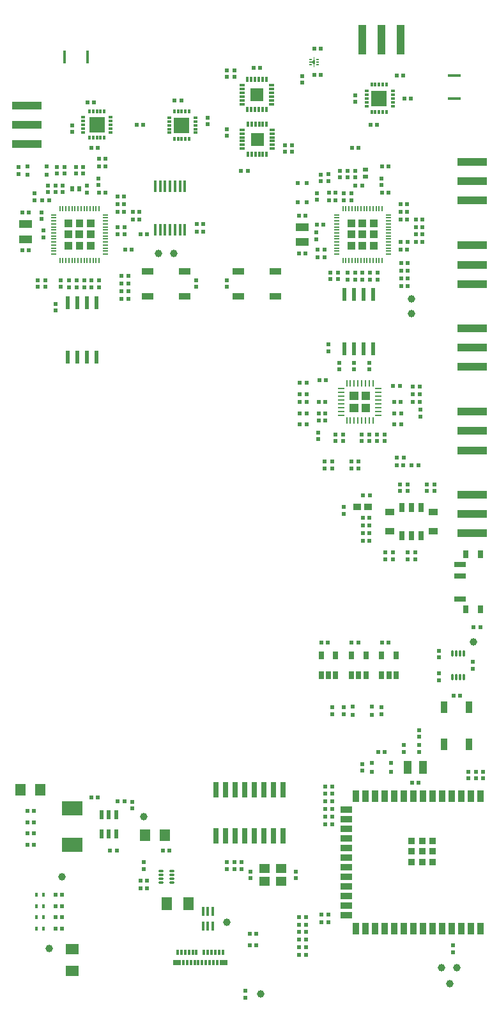
<source format=gtp>
G04*
G04 #@! TF.GenerationSoftware,Altium Limited,Altium Designer,23.6.0 (18)*
G04*
G04 Layer_Color=8421504*
%FSLAX44Y44*%
%MOMM*%
G71*
G04*
G04 #@! TF.SameCoordinates,AD488519-FD06-4120-8DA1-5AB69FE218D1*
G04*
G04*
G04 #@! TF.FilePolarity,Positive*
G04*
G01*
G75*
%ADD20R,0.6000X0.5400*%
%ADD21R,0.5500X0.5500*%
G04:AMPARAMS|DCode=22|XSize=0.76mm|YSize=0.26mm|CornerRadius=0.0325mm|HoleSize=0mm|Usage=FLASHONLY|Rotation=90.000|XOffset=0mm|YOffset=0mm|HoleType=Round|Shape=RoundedRectangle|*
%AMROUNDEDRECTD22*
21,1,0.7600,0.1950,0,0,90.0*
21,1,0.6950,0.2600,0,0,90.0*
1,1,0.0650,0.0975,0.3475*
1,1,0.0650,0.0975,-0.3475*
1,1,0.0650,-0.0975,-0.3475*
1,1,0.0650,-0.0975,0.3475*
%
%ADD22ROUNDEDRECTD22*%
G04:AMPARAMS|DCode=23|XSize=0.76mm|YSize=0.26mm|CornerRadius=0.0325mm|HoleSize=0mm|Usage=FLASHONLY|Rotation=0.000|XOffset=0mm|YOffset=0mm|HoleType=Round|Shape=RoundedRectangle|*
%AMROUNDEDRECTD23*
21,1,0.7600,0.1950,0,0,0.0*
21,1,0.6950,0.2600,0,0,0.0*
1,1,0.0650,0.3475,-0.0975*
1,1,0.0650,-0.3475,-0.0975*
1,1,0.0650,-0.3475,0.0975*
1,1,0.0650,0.3475,0.0975*
%
%ADD23ROUNDEDRECTD23*%
%ADD24R,1.7800X1.7800*%
%ADD25R,0.3100X0.6000*%
%ADD26R,0.6000X0.3100*%
%ADD27R,2.0500X2.0500*%
%ADD28R,2.0500X2.0500*%
%ADD29R,4.0000X1.0000*%
%ADD30R,0.5500X0.5500*%
%ADD31R,0.5400X0.6000*%
%ADD32R,1.0000X4.0000*%
%ADD33R,0.4000X1.8000*%
G04:AMPARAMS|DCode=34|XSize=0.66mm|YSize=0.32mm|CornerRadius=0.04mm|HoleSize=0mm|Usage=FLASHONLY|Rotation=0.000|XOffset=0mm|YOffset=0mm|HoleType=Round|Shape=RoundedRectangle|*
%AMROUNDEDRECTD34*
21,1,0.6600,0.2400,0,0,0.0*
21,1,0.5800,0.3200,0,0,0.0*
1,1,0.0800,0.2900,-0.1200*
1,1,0.0800,-0.2900,-0.1200*
1,1,0.0800,-0.2900,0.1200*
1,1,0.0800,0.2900,0.1200*
%
%ADD34ROUNDEDRECTD34*%
%ADD35C,1.0000*%
%ADD36R,0.4064X0.6096*%
%ADD37R,0.9000X0.9000*%
%ADD38R,0.9000X1.5000*%
%ADD39R,1.5000X0.9000*%
%ADD40R,0.3300X0.1500*%
%ADD41R,1.8000X0.4000*%
%ADD42R,0.6500X0.2200*%
%ADD43R,0.2200X0.6500*%
%ADD44R,1.0000X1.0000*%
%ADD45R,1.0000X0.9700*%
%ADD46R,1.8000X1.0000*%
%ADD47R,1.0000X1.8000*%
%ADD48R,1.3998X1.1999*%
%ADD49R,2.7900X1.9050*%
%ADD50R,1.2500X0.8500*%
%ADD51R,0.6500X1.2500*%
G04:AMPARAMS|DCode=52|XSize=0.3mm|YSize=0.8mm|CornerRadius=0.0495mm|HoleSize=0mm|Usage=FLASHONLY|Rotation=0.000|XOffset=0mm|YOffset=0mm|HoleType=Round|Shape=RoundedRectangle|*
%AMROUNDEDRECTD52*
21,1,0.3000,0.7010,0,0,0.0*
21,1,0.2010,0.8000,0,0,0.0*
1,1,0.0990,0.1005,-0.3505*
1,1,0.0990,-0.1005,-0.3505*
1,1,0.0990,-0.1005,0.3505*
1,1,0.0990,0.1005,0.3505*
%
%ADD52ROUNDEDRECTD52*%
G04:AMPARAMS|DCode=53|XSize=1.1mm|YSize=0.6mm|CornerRadius=0.075mm|HoleSize=0mm|Usage=FLASHONLY|Rotation=90.000|XOffset=0mm|YOffset=0mm|HoleType=Round|Shape=RoundedRectangle|*
%AMROUNDEDRECTD53*
21,1,1.1000,0.4500,0,0,90.0*
21,1,0.9500,0.6000,0,0,90.0*
1,1,0.1500,0.2250,0.4750*
1,1,0.1500,0.2250,-0.4750*
1,1,0.1500,-0.2250,-0.4750*
1,1,0.1500,-0.2250,0.4750*
%
%ADD53ROUNDEDRECTD53*%
%ADD54R,0.4900X0.7000*%
%ADD55R,0.7000X0.4900*%
G04:AMPARAMS|DCode=56|XSize=1.19mm|YSize=0.4mm|CornerRadius=0.05mm|HoleSize=0mm|Usage=FLASHONLY|Rotation=270.000|XOffset=0mm|YOffset=0mm|HoleType=Round|Shape=RoundedRectangle|*
%AMROUNDEDRECTD56*
21,1,1.1900,0.3000,0,0,270.0*
21,1,1.0900,0.4000,0,0,270.0*
1,1,0.1000,-0.1500,-0.5450*
1,1,0.1000,-0.1500,0.5450*
1,1,0.1000,0.1500,0.5450*
1,1,0.1000,0.1500,-0.5450*
%
%ADD56ROUNDEDRECTD56*%
%ADD57R,0.3000X0.7000*%
%ADD58R,1.0000X0.7000*%
G04:AMPARAMS|DCode=59|XSize=1.61mm|YSize=0.58mm|CornerRadius=0.0725mm|HoleSize=0mm|Usage=FLASHONLY|Rotation=90.000|XOffset=0mm|YOffset=0mm|HoleType=Round|Shape=RoundedRectangle|*
%AMROUNDEDRECTD59*
21,1,1.6100,0.4350,0,0,90.0*
21,1,1.4650,0.5800,0,0,90.0*
1,1,0.1450,0.2175,0.7325*
1,1,0.1450,0.2175,-0.7325*
1,1,0.1450,-0.2175,-0.7325*
1,1,0.1450,-0.2175,0.7325*
%
%ADD59ROUNDEDRECTD59*%
%ADD60R,0.2600X0.8600*%
%ADD61R,0.8600X0.2600*%
G04:AMPARAMS|DCode=62|XSize=1.19mm|YSize=0.59mm|CornerRadius=0.0738mm|HoleSize=0mm|Usage=FLASHONLY|Rotation=90.000|XOffset=0mm|YOffset=0mm|HoleType=Round|Shape=RoundedRectangle|*
%AMROUNDEDRECTD62*
21,1,1.1900,0.4425,0,0,90.0*
21,1,1.0425,0.5900,0,0,90.0*
1,1,0.1475,0.2213,0.5213*
1,1,0.1475,0.2213,-0.5213*
1,1,0.1475,-0.2213,-0.5213*
1,1,0.1475,-0.2213,0.5213*
%
%ADD62ROUNDEDRECTD62*%
%ADD63R,1.3400X1.8000*%
%ADD64R,1.8000X1.3400*%
%ADD65R,0.5500X0.5700*%
%ADD66R,0.5700X0.5500*%
%ADD67R,1.5000X0.9000*%
%ADD68R,0.6000X0.5400*%
%ADD69R,0.8000X1.0000*%
%ADD70R,1.5000X0.7000*%
%ADD71R,0.6604X2.0320*%
%ADD72R,1.4000X1.6500*%
%ADD73R,0.3000X1.6000*%
G36*
X406450Y1261800D02*
X407000Y1259800D01*
Y1256500D01*
X406450Y1254500D01*
Y1251650D01*
X404950D01*
Y1254500D01*
Y1255650D01*
X403200Y1257400D01*
X399200D01*
Y1258900D01*
X403200D01*
X404075Y1259775D01*
X404950Y1260650D01*
Y1264650D01*
X406450D01*
Y1261800D01*
D02*
G37*
G36*
X115000Y1040000D02*
X105000D01*
Y1050000D01*
X115000D01*
Y1040000D01*
D02*
G37*
G36*
X100000D02*
X90000D01*
Y1050000D01*
X100000D01*
Y1040000D01*
D02*
G37*
G36*
X85000D02*
X75000D01*
Y1050000D01*
X85000D01*
Y1040000D01*
D02*
G37*
G36*
X490000Y1040000D02*
X480000D01*
Y1050000D01*
X490000D01*
Y1040000D01*
D02*
G37*
G36*
X475000D02*
X465000D01*
Y1050000D01*
X475000D01*
Y1040000D01*
D02*
G37*
G36*
X460000D02*
X450000D01*
Y1050000D01*
X460000D01*
Y1040000D01*
D02*
G37*
G36*
X115000Y1025000D02*
X105000D01*
Y1035000D01*
X115000D01*
Y1025000D01*
D02*
G37*
G36*
X85000D02*
X75000D01*
Y1035000D01*
X85000D01*
Y1025000D01*
D02*
G37*
G36*
X490000Y1025000D02*
X480000D01*
Y1035000D01*
X490000D01*
Y1025000D01*
D02*
G37*
G36*
X460000D02*
X450000D01*
Y1035000D01*
X460000D01*
Y1025000D01*
D02*
G37*
G36*
X115000Y1010000D02*
X105000D01*
Y1020000D01*
X115000D01*
Y1010000D01*
D02*
G37*
G36*
X100000D02*
X90000D01*
Y1020000D01*
X100000D01*
Y1010000D01*
D02*
G37*
G36*
X85000D02*
X75000D01*
Y1020000D01*
X85000D01*
Y1010000D01*
D02*
G37*
G36*
X490000Y1010000D02*
X480000D01*
Y1020000D01*
X490000D01*
Y1010000D01*
D02*
G37*
G36*
X475000D02*
X465000D01*
Y1020000D01*
X475000D01*
Y1010000D01*
D02*
G37*
G36*
X460000D02*
X450000D01*
Y1020000D01*
X460000D01*
Y1010000D01*
D02*
G37*
G36*
X480100Y810700D02*
X468700D01*
Y822100D01*
X480100D01*
Y810700D01*
D02*
G37*
G36*
X464300D02*
X452900D01*
Y822100D01*
X464300D01*
Y810700D01*
D02*
G37*
G36*
X480100Y794900D02*
X468700D01*
Y806300D01*
X480100D01*
Y794900D01*
D02*
G37*
G36*
X464300D02*
X452900D01*
Y806300D01*
X464300D01*
Y794900D01*
D02*
G37*
D20*
X265000Y1175700D02*
D03*
Y1184300D02*
D03*
X300000Y1247300D02*
D03*
Y1238700D02*
D03*
X290000Y1247300D02*
D03*
Y1238700D02*
D03*
X390000Y1239300D02*
D03*
Y1230700D02*
D03*
X290000Y1169300D02*
D03*
Y1160700D02*
D03*
X85000Y1174300D02*
D03*
Y1165700D02*
D03*
X460000Y1205700D02*
D03*
Y1214300D02*
D03*
X45000Y1059300D02*
D03*
Y1050700D02*
D03*
X53000Y1094800D02*
D03*
Y1086200D02*
D03*
X63000Y1094800D02*
D03*
Y1086200D02*
D03*
X73000Y1094800D02*
D03*
Y1086200D02*
D03*
X105000Y1094300D02*
D03*
Y1085700D02*
D03*
X13941Y1110200D02*
D03*
Y1118800D02*
D03*
X437500Y970700D02*
D03*
Y979300D02*
D03*
X427500Y970700D02*
D03*
Y979300D02*
D03*
X460000Y1105700D02*
D03*
Y1114300D02*
D03*
X450000Y1105700D02*
D03*
Y1114300D02*
D03*
X440000Y1105700D02*
D03*
Y1114300D02*
D03*
X410000Y1084300D02*
D03*
Y1075700D02*
D03*
X616500Y464300D02*
D03*
Y455700D02*
D03*
X545000Y374300D02*
D03*
Y365700D02*
D03*
Y354300D02*
D03*
Y345700D02*
D03*
X525000Y354300D02*
D03*
Y345700D02*
D03*
X367000Y1139700D02*
D03*
Y1148300D02*
D03*
X377000Y1139700D02*
D03*
Y1148300D02*
D03*
X290000Y190700D02*
D03*
Y199300D02*
D03*
X444000Y756700D02*
D03*
Y765300D02*
D03*
X479000Y860300D02*
D03*
Y851700D02*
D03*
X439000Y860300D02*
D03*
Y851700D02*
D03*
X445000Y660700D02*
D03*
Y669300D02*
D03*
X459000Y860300D02*
D03*
Y851700D02*
D03*
X479000Y765300D02*
D03*
Y756700D02*
D03*
X489000Y765300D02*
D03*
Y756700D02*
D03*
X180000Y190700D02*
D03*
Y199300D02*
D03*
X495000Y395700D02*
D03*
Y404300D02*
D03*
X630000Y319300D02*
D03*
Y310700D02*
D03*
X620000Y319300D02*
D03*
Y310700D02*
D03*
X610000Y319300D02*
D03*
Y310700D02*
D03*
X70000Y960700D02*
D03*
Y969300D02*
D03*
X63500Y929200D02*
D03*
Y937800D02*
D03*
X381500Y186800D02*
D03*
Y178200D02*
D03*
X321500Y186800D02*
D03*
Y178200D02*
D03*
X310000Y199300D02*
D03*
Y190700D02*
D03*
X300000Y199300D02*
D03*
Y190700D02*
D03*
X65000Y1110700D02*
D03*
Y1119300D02*
D03*
X415000Y1109300D02*
D03*
Y1100700D02*
D03*
X445000Y395700D02*
D03*
Y404300D02*
D03*
X250000Y969300D02*
D03*
Y960700D02*
D03*
X290000D02*
D03*
Y969300D02*
D03*
D21*
X334500Y1250000D02*
D03*
X325500D02*
D03*
X318000Y1114500D02*
D03*
X309000D02*
D03*
X150500Y945000D02*
D03*
X159500D02*
D03*
X150500Y965000D02*
D03*
X159500D02*
D03*
X184500Y1030000D02*
D03*
X175500D02*
D03*
X159500Y955000D02*
D03*
X150500D02*
D03*
X145500Y1030000D02*
D03*
X154500D02*
D03*
X165500Y1050000D02*
D03*
X174500D02*
D03*
X54500Y1075000D02*
D03*
X45500D02*
D03*
X154500Y1040000D02*
D03*
X145500D02*
D03*
X174500Y1060000D02*
D03*
X165500D02*
D03*
X529500Y1020000D02*
D03*
X520500D02*
D03*
X521000Y962000D02*
D03*
X530000D02*
D03*
X521000Y982000D02*
D03*
X530000D02*
D03*
X530000Y972000D02*
D03*
X521000D02*
D03*
X530000Y992000D02*
D03*
X521000D02*
D03*
X540500Y1040000D02*
D03*
X549500D02*
D03*
X434500Y1075000D02*
D03*
X425500D02*
D03*
X540500Y1030000D02*
D03*
X549500D02*
D03*
X549500Y1050000D02*
D03*
X540500D02*
D03*
X395000Y127000D02*
D03*
X386000D02*
D03*
X429500Y270000D02*
D03*
X420500D02*
D03*
X424500Y130000D02*
D03*
X415500D02*
D03*
X386000Y97000D02*
D03*
X395000D02*
D03*
X386000Y117000D02*
D03*
X395000D02*
D03*
X420500Y250000D02*
D03*
X429500D02*
D03*
X420500Y280000D02*
D03*
X429500D02*
D03*
X415500Y120000D02*
D03*
X424500D02*
D03*
X470500Y685000D02*
D03*
X479500D02*
D03*
X544000Y725000D02*
D03*
X535000D02*
D03*
X396000Y818500D02*
D03*
X387000D02*
D03*
X396000Y808500D02*
D03*
X387000D02*
D03*
X524500Y735000D02*
D03*
X515500D02*
D03*
X421000Y793500D02*
D03*
X412000D02*
D03*
X626000Y510500D02*
D03*
X617000D02*
D03*
X421000Y783500D02*
D03*
X412000D02*
D03*
X537000Y818500D02*
D03*
X546000D02*
D03*
X537000Y808500D02*
D03*
X546000D02*
D03*
X396000Y833500D02*
D03*
X387000D02*
D03*
X387000Y793500D02*
D03*
X396000D02*
D03*
X387000Y778500D02*
D03*
X396000D02*
D03*
X537000Y828500D02*
D03*
X546000D02*
D03*
X521000Y793500D02*
D03*
X512000D02*
D03*
X521000Y778500D02*
D03*
X512000D02*
D03*
X329500Y90000D02*
D03*
X320500D02*
D03*
X329500Y105000D02*
D03*
X320500D02*
D03*
X145500Y280000D02*
D03*
X154500D02*
D03*
X175500Y175000D02*
D03*
X184500D02*
D03*
X184500Y165000D02*
D03*
X175500D02*
D03*
X72000Y111500D02*
D03*
X63000D02*
D03*
X72000Y126500D02*
D03*
X63000D02*
D03*
X72000Y141500D02*
D03*
X63000D02*
D03*
X72000Y156500D02*
D03*
X63000D02*
D03*
X159500Y975000D02*
D03*
X150500D02*
D03*
X425500Y1085000D02*
D03*
X434500D02*
D03*
X549500Y1020000D02*
D03*
X540500D02*
D03*
X395000Y107000D02*
D03*
X386000D02*
D03*
X395000Y77000D02*
D03*
X386000D02*
D03*
X386000Y87000D02*
D03*
X395000D02*
D03*
X429500Y260000D02*
D03*
X420500D02*
D03*
X419500Y1010000D02*
D03*
X410500D02*
D03*
X419500Y1000000D02*
D03*
X410500D02*
D03*
X429500Y300000D02*
D03*
X420500D02*
D03*
X429500Y290000D02*
D03*
X420500D02*
D03*
X535500Y305000D02*
D03*
X544500D02*
D03*
D22*
X317500Y1195150D02*
D03*
X322500D02*
D03*
X327500D02*
D03*
X332500D02*
D03*
X337500D02*
D03*
X342500D02*
D03*
Y1234850D02*
D03*
X337500D02*
D03*
X332500D02*
D03*
X327500D02*
D03*
X322500D02*
D03*
X317500D02*
D03*
X343000Y1175850D02*
D03*
X338000D02*
D03*
X333000D02*
D03*
X328000D02*
D03*
X323000D02*
D03*
X318000D02*
D03*
Y1136150D02*
D03*
X323000D02*
D03*
X328000D02*
D03*
X333000D02*
D03*
X338000D02*
D03*
X343000D02*
D03*
D23*
X310150Y1227500D02*
D03*
Y1222500D02*
D03*
Y1217500D02*
D03*
Y1212500D02*
D03*
Y1207500D02*
D03*
Y1202500D02*
D03*
X349850D02*
D03*
Y1207500D02*
D03*
Y1212500D02*
D03*
Y1217500D02*
D03*
Y1222500D02*
D03*
Y1227500D02*
D03*
X350350Y1143500D02*
D03*
Y1148500D02*
D03*
Y1153500D02*
D03*
Y1158500D02*
D03*
Y1163500D02*
D03*
Y1168500D02*
D03*
X310650D02*
D03*
Y1163500D02*
D03*
Y1158500D02*
D03*
Y1153500D02*
D03*
Y1148500D02*
D03*
Y1143500D02*
D03*
D24*
X330000Y1215000D02*
D03*
X330500Y1156000D02*
D03*
D25*
X107998Y1158237D02*
D03*
X112999D02*
D03*
X118000D02*
D03*
X123001D02*
D03*
X128003D02*
D03*
X107998Y1193001D02*
D03*
X112999D02*
D03*
X118000D02*
D03*
X123001D02*
D03*
X128003D02*
D03*
X220499Y1192500D02*
D03*
X225500D02*
D03*
X230501D02*
D03*
X235502D02*
D03*
X240504D02*
D03*
X220499Y1156500D02*
D03*
X225500D02*
D03*
X230501D02*
D03*
X235502D02*
D03*
X240504D02*
D03*
X502002Y1192002D02*
D03*
X497001D02*
D03*
X492000D02*
D03*
X486999D02*
D03*
X481997D02*
D03*
X502002Y1228002D02*
D03*
X497001D02*
D03*
X492000D02*
D03*
X486999D02*
D03*
X481997D02*
D03*
D26*
X136000Y1185004D02*
D03*
Y1180003D02*
D03*
Y1175001D02*
D03*
Y1170000D02*
D03*
Y1164999D02*
D03*
X100000Y1185004D02*
D03*
Y1180003D02*
D03*
Y1175001D02*
D03*
Y1170000D02*
D03*
Y1164999D02*
D03*
X248501Y1164498D02*
D03*
Y1169499D02*
D03*
Y1174500D02*
D03*
Y1179501D02*
D03*
Y1184502D02*
D03*
X213737Y1164498D02*
D03*
Y1169499D02*
D03*
Y1174500D02*
D03*
Y1179501D02*
D03*
Y1184502D02*
D03*
X475236Y1220005D02*
D03*
Y1215004D02*
D03*
Y1210003D02*
D03*
Y1205001D02*
D03*
Y1200000D02*
D03*
X510000Y1220005D02*
D03*
Y1215004D02*
D03*
Y1210003D02*
D03*
Y1205001D02*
D03*
Y1200000D02*
D03*
D27*
X118000Y1175001D02*
D03*
D28*
X230501Y1174500D02*
D03*
X492000Y1210003D02*
D03*
D29*
X615000Y1100500D02*
D03*
Y1126000D02*
D03*
Y1075000D02*
D03*
Y634500D02*
D03*
Y685500D02*
D03*
Y660000D02*
D03*
X25400Y1200500D02*
D03*
Y1149500D02*
D03*
Y1175000D02*
D03*
X615000Y744500D02*
D03*
Y795500D02*
D03*
Y770000D02*
D03*
Y855000D02*
D03*
Y906000D02*
D03*
Y880500D02*
D03*
Y964500D02*
D03*
Y1015500D02*
D03*
Y990000D02*
D03*
D30*
X465000Y729500D02*
D03*
Y720500D02*
D03*
X455000Y729500D02*
D03*
Y720500D02*
D03*
X420000Y729500D02*
D03*
Y720500D02*
D03*
X430000Y729500D02*
D03*
Y720500D02*
D03*
X35000Y1075500D02*
D03*
Y1084500D02*
D03*
X90000Y1110500D02*
D03*
Y1119500D02*
D03*
X100000Y1119500D02*
D03*
Y1110500D02*
D03*
X455000Y1075500D02*
D03*
Y1084500D02*
D03*
X445000Y1084500D02*
D03*
Y1075500D02*
D03*
X571500Y440500D02*
D03*
Y449500D02*
D03*
Y479500D02*
D03*
Y470500D02*
D03*
X530000Y609500D02*
D03*
Y600500D02*
D03*
X540000Y609500D02*
D03*
Y600500D02*
D03*
X425000Y875500D02*
D03*
Y884500D02*
D03*
X499000Y756500D02*
D03*
Y765500D02*
D03*
X469000Y756500D02*
D03*
Y765500D02*
D03*
X434000Y756500D02*
D03*
Y765500D02*
D03*
X555000Y690500D02*
D03*
Y699500D02*
D03*
X520000Y690500D02*
D03*
Y699500D02*
D03*
X500000Y609500D02*
D03*
Y600500D02*
D03*
X411500Y759000D02*
D03*
Y768000D02*
D03*
X546500Y789000D02*
D03*
Y798000D02*
D03*
X565000Y699500D02*
D03*
Y690500D02*
D03*
X530000Y699500D02*
D03*
Y690500D02*
D03*
X510000Y600500D02*
D03*
Y609500D02*
D03*
X165000Y279500D02*
D03*
Y270500D02*
D03*
X315000Y29500D02*
D03*
Y20500D02*
D03*
X75000Y1119500D02*
D03*
Y1110500D02*
D03*
X47000Y1026250D02*
D03*
Y1035250D02*
D03*
X40000Y969500D02*
D03*
Y960500D02*
D03*
X50000Y969500D02*
D03*
Y960500D02*
D03*
X81000Y960000D02*
D03*
Y969000D02*
D03*
X91000Y960000D02*
D03*
Y969000D02*
D03*
X101000Y960000D02*
D03*
Y969000D02*
D03*
X111000Y960000D02*
D03*
Y969000D02*
D03*
X121000Y960000D02*
D03*
Y969000D02*
D03*
X425000Y1100500D02*
D03*
Y1109500D02*
D03*
X409000Y1023500D02*
D03*
Y1032500D02*
D03*
X450000Y970500D02*
D03*
Y979500D02*
D03*
X460000Y970500D02*
D03*
Y979500D02*
D03*
X470000Y970500D02*
D03*
Y979500D02*
D03*
X480000Y970500D02*
D03*
Y979500D02*
D03*
X490000Y970500D02*
D03*
Y979500D02*
D03*
X590000Y80500D02*
D03*
Y89500D02*
D03*
X470000Y329500D02*
D03*
Y320500D02*
D03*
X430000Y404500D02*
D03*
Y395500D02*
D03*
D31*
X119300Y1145000D02*
D03*
X110700D02*
D03*
X406400Y1241150D02*
D03*
X415000D02*
D03*
X406400Y1276150D02*
D03*
X415000D02*
D03*
X456400Y1145000D02*
D03*
X465000D02*
D03*
X229800Y1207500D02*
D03*
X221200D02*
D03*
X129300Y1130000D02*
D03*
X120700D02*
D03*
X179300Y1175000D02*
D03*
X170700D02*
D03*
X114300Y1205000D02*
D03*
X105700D02*
D03*
X524300Y1240000D02*
D03*
X515700D02*
D03*
X489300Y1175000D02*
D03*
X480700D02*
D03*
X534300Y1210000D02*
D03*
X525700D02*
D03*
X164300Y1010000D02*
D03*
X155700D02*
D03*
X154300Y1080000D02*
D03*
X145700D02*
D03*
X154300Y1070000D02*
D03*
X145700D02*
D03*
X154300Y1060000D02*
D03*
X145700D02*
D03*
X19200Y1058750D02*
D03*
X27800D02*
D03*
X19200Y1008750D02*
D03*
X27800D02*
D03*
X529300Y1010000D02*
D03*
X520700D02*
D03*
X409700Y1043000D02*
D03*
X418300D02*
D03*
X529300Y1070000D02*
D03*
X520700D02*
D03*
X529300Y1060000D02*
D03*
X520700D02*
D03*
X460700Y1095000D02*
D03*
X469300D02*
D03*
X529300Y1050000D02*
D03*
X520700D02*
D03*
X394300Y1055000D02*
D03*
X385700D02*
D03*
X394300Y1005000D02*
D03*
X385700D02*
D03*
X490700Y345000D02*
D03*
X499300D02*
D03*
X129300Y1085000D02*
D03*
X120700D02*
D03*
X129300Y1120000D02*
D03*
X120700D02*
D03*
X504300Y1085000D02*
D03*
X495700D02*
D03*
X504300Y1120000D02*
D03*
X495700D02*
D03*
X259300Y1043500D02*
D03*
X250700D02*
D03*
X259300Y1033500D02*
D03*
X250700D02*
D03*
X412200Y808500D02*
D03*
X420800D02*
D03*
X413200Y837500D02*
D03*
X421800D02*
D03*
X470700Y655000D02*
D03*
X479300D02*
D03*
X470700Y645000D02*
D03*
X479300D02*
D03*
X470700Y635000D02*
D03*
X479300D02*
D03*
X470700Y625000D02*
D03*
X479300D02*
D03*
X520800Y808500D02*
D03*
X512200D02*
D03*
X519300Y830000D02*
D03*
X510700D02*
D03*
X515700Y725000D02*
D03*
X524300D02*
D03*
X26000Y237500D02*
D03*
X34600D02*
D03*
X26000Y222500D02*
D03*
X34600D02*
D03*
X110700Y285000D02*
D03*
X119300D02*
D03*
X135700Y215000D02*
D03*
X144300D02*
D03*
X26000Y267500D02*
D03*
X34600D02*
D03*
X26000Y252500D02*
D03*
X34600D02*
D03*
X214300Y215000D02*
D03*
X205700D02*
D03*
X504300Y490000D02*
D03*
X495700D02*
D03*
X424300D02*
D03*
X415700D02*
D03*
X464300D02*
D03*
X455700D02*
D03*
X590700Y420000D02*
D03*
X599300D02*
D03*
D32*
X520500Y1287780D02*
D03*
X469500D02*
D03*
X495000D02*
D03*
D33*
X75000Y1265000D02*
D03*
X106000D02*
D03*
D34*
X202650Y182500D02*
D03*
Y187500D02*
D03*
Y177500D02*
D03*
Y172500D02*
D03*
X217350D02*
D03*
Y177500D02*
D03*
Y182500D02*
D03*
Y187500D02*
D03*
D35*
X290000Y120000D02*
D03*
X72000Y180000D02*
D03*
X180000Y260000D02*
D03*
X55000Y85000D02*
D03*
X335000Y25000D02*
D03*
X585500Y39000D02*
D03*
X616750Y490750D02*
D03*
X220000Y1005000D02*
D03*
X200000D02*
D03*
X535000Y945000D02*
D03*
Y925000D02*
D03*
X575000Y60000D02*
D03*
X595000D02*
D03*
D36*
X47453Y111500D02*
D03*
X37547D02*
D03*
Y126500D02*
D03*
X47453D02*
D03*
Y141500D02*
D03*
X37547D02*
D03*
Y156500D02*
D03*
X47453D02*
D03*
D37*
X549000Y214000D02*
D03*
Y228000D02*
D03*
Y200000D02*
D03*
X535000Y228000D02*
D03*
Y214000D02*
D03*
Y200000D02*
D03*
X563000Y228000D02*
D03*
Y214000D02*
D03*
Y200000D02*
D03*
D38*
X626200Y286500D02*
D03*
X613500D02*
D03*
X600800D02*
D03*
X588100D02*
D03*
X575400D02*
D03*
X562700D02*
D03*
X550000D02*
D03*
X537300D02*
D03*
X524600D02*
D03*
X511900D02*
D03*
X499200D02*
D03*
X486500D02*
D03*
X473800D02*
D03*
X461100D02*
D03*
Y111500D02*
D03*
X473800D02*
D03*
X486500D02*
D03*
X499200D02*
D03*
X511900D02*
D03*
X524600D02*
D03*
X537300D02*
D03*
X550000D02*
D03*
X562700D02*
D03*
X575400D02*
D03*
X588100D02*
D03*
X600800D02*
D03*
X613500D02*
D03*
X626200D02*
D03*
X611500Y404500D02*
D03*
X578500D02*
D03*
Y355500D02*
D03*
X611500D02*
D03*
D39*
X448600Y268850D02*
D03*
Y256150D02*
D03*
Y243450D02*
D03*
Y230750D02*
D03*
Y218050D02*
D03*
Y205350D02*
D03*
Y192650D02*
D03*
Y179950D02*
D03*
Y167250D02*
D03*
Y154550D02*
D03*
Y141850D02*
D03*
Y129150D02*
D03*
D40*
X410550Y1261650D02*
D03*
Y1258150D02*
D03*
Y1254650D02*
D03*
X400850D02*
D03*
Y1261650D02*
D03*
D41*
X592000Y1209500D02*
D03*
Y1240500D02*
D03*
D42*
X435750Y1056000D02*
D03*
Y1052000D02*
D03*
Y1048000D02*
D03*
Y1044000D02*
D03*
Y1040000D02*
D03*
Y1036000D02*
D03*
Y1032000D02*
D03*
Y1028000D02*
D03*
Y1024000D02*
D03*
Y1020000D02*
D03*
Y1016000D02*
D03*
Y1012000D02*
D03*
Y1008000D02*
D03*
Y1004000D02*
D03*
X504250D02*
D03*
Y1008000D02*
D03*
Y1012000D02*
D03*
Y1016000D02*
D03*
Y1020000D02*
D03*
Y1024000D02*
D03*
Y1028000D02*
D03*
Y1032000D02*
D03*
Y1036000D02*
D03*
Y1040000D02*
D03*
Y1044000D02*
D03*
Y1048000D02*
D03*
Y1052000D02*
D03*
Y1056000D02*
D03*
X60750Y1056000D02*
D03*
Y1052000D02*
D03*
Y1048000D02*
D03*
Y1044000D02*
D03*
Y1040000D02*
D03*
Y1036000D02*
D03*
Y1032000D02*
D03*
Y1028000D02*
D03*
Y1024000D02*
D03*
Y1020000D02*
D03*
Y1016000D02*
D03*
Y1012000D02*
D03*
Y1008000D02*
D03*
Y1004000D02*
D03*
X129250D02*
D03*
Y1008000D02*
D03*
Y1012000D02*
D03*
Y1016000D02*
D03*
Y1020000D02*
D03*
Y1024000D02*
D03*
Y1028000D02*
D03*
Y1032000D02*
D03*
Y1036000D02*
D03*
Y1040000D02*
D03*
Y1044000D02*
D03*
Y1048000D02*
D03*
Y1052000D02*
D03*
Y1056000D02*
D03*
D43*
X496000Y1064250D02*
D03*
X492000D02*
D03*
X488000D02*
D03*
X484000D02*
D03*
X480000D02*
D03*
X476000D02*
D03*
X472000D02*
D03*
X468000D02*
D03*
X464000D02*
D03*
X460000D02*
D03*
X456000D02*
D03*
X452000D02*
D03*
X448000D02*
D03*
X444000D02*
D03*
Y995750D02*
D03*
X448000D02*
D03*
X452000D02*
D03*
X456000D02*
D03*
X460000D02*
D03*
X464000D02*
D03*
X468000D02*
D03*
X472000D02*
D03*
X476000D02*
D03*
X480000D02*
D03*
X484000D02*
D03*
X488000D02*
D03*
X492000D02*
D03*
X496000D02*
D03*
X121000Y1064250D02*
D03*
X117000D02*
D03*
X113000D02*
D03*
X109000D02*
D03*
X105000D02*
D03*
X101000D02*
D03*
X97000D02*
D03*
X93000D02*
D03*
X89000D02*
D03*
X85000D02*
D03*
X81000D02*
D03*
X77000D02*
D03*
X73000D02*
D03*
X69000D02*
D03*
Y995750D02*
D03*
X73000D02*
D03*
X77000D02*
D03*
X81000D02*
D03*
X85000D02*
D03*
X89000D02*
D03*
X93000D02*
D03*
X97000D02*
D03*
X101000D02*
D03*
X105000D02*
D03*
X109000D02*
D03*
X113000D02*
D03*
X117000D02*
D03*
X121000D02*
D03*
D44*
X470000Y1030000D02*
D03*
X95000Y1030000D02*
D03*
D45*
X462650Y670000D02*
D03*
X477350D02*
D03*
D46*
X23500Y1023750D02*
D03*
Y1043750D02*
D03*
X390000Y1020000D02*
D03*
Y1040000D02*
D03*
D47*
X530000Y325000D02*
D03*
X550000D02*
D03*
D48*
X362501Y191000D02*
D03*
X340501D02*
D03*
X362501Y174000D02*
D03*
X340499D02*
D03*
D49*
X85500Y270755D02*
D03*
Y222245D02*
D03*
D50*
X506250Y637300D02*
D03*
X563750D02*
D03*
Y662700D02*
D03*
X506250D02*
D03*
D51*
X522300Y631250D02*
D03*
X535000D02*
D03*
X547700D02*
D03*
Y668750D02*
D03*
X535000D02*
D03*
X522300D02*
D03*
D52*
X604000Y476000D02*
D03*
X599000D02*
D03*
X594000D02*
D03*
X589000D02*
D03*
X604000Y444000D02*
D03*
X599000D02*
D03*
X594000D02*
D03*
X589000D02*
D03*
D53*
X495500Y447000D02*
D03*
X505000D02*
D03*
X514500D02*
D03*
Y473000D02*
D03*
X495500D02*
D03*
X415500Y447000D02*
D03*
X425000D02*
D03*
X434500D02*
D03*
Y473000D02*
D03*
X415500D02*
D03*
X455500Y447000D02*
D03*
X465000D02*
D03*
X474500D02*
D03*
Y473000D02*
D03*
X455500D02*
D03*
D54*
X94530Y1090000D02*
D03*
X85470D02*
D03*
D55*
X474000Y1106470D02*
D03*
Y1115530D02*
D03*
D56*
X271500Y134600D02*
D03*
X265000D02*
D03*
X258500D02*
D03*
Y115400D02*
D03*
X265000D02*
D03*
X271500D02*
D03*
D57*
X225000Y79950D02*
D03*
X230000D02*
D03*
X235000D02*
D03*
X240000D02*
D03*
X245000D02*
D03*
X250000D02*
D03*
X260000D02*
D03*
X265000D02*
D03*
X270000D02*
D03*
X275000D02*
D03*
X280000D02*
D03*
X285000D02*
D03*
X277500Y66950D02*
D03*
X272500D02*
D03*
X267500D02*
D03*
X262500D02*
D03*
X257500D02*
D03*
X252500D02*
D03*
X247500D02*
D03*
X242500D02*
D03*
X237500D02*
D03*
X232500D02*
D03*
D58*
X286000D02*
D03*
X224000D02*
D03*
D59*
X79450Y939550D02*
D03*
X92150D02*
D03*
X104850D02*
D03*
X117550D02*
D03*
Y867450D02*
D03*
X104850D02*
D03*
X92150D02*
D03*
X79450D02*
D03*
X445950Y951050D02*
D03*
X458650D02*
D03*
X471350D02*
D03*
X484050D02*
D03*
Y878950D02*
D03*
X471350D02*
D03*
X458650D02*
D03*
X445950D02*
D03*
D60*
X449000Y832850D02*
D03*
X454000D02*
D03*
X459000D02*
D03*
X464000D02*
D03*
X469000D02*
D03*
X474000D02*
D03*
X479000D02*
D03*
X484000D02*
D03*
Y784150D02*
D03*
X479000D02*
D03*
X474000D02*
D03*
X469000D02*
D03*
X464000D02*
D03*
X459000D02*
D03*
X454000D02*
D03*
X449000D02*
D03*
D61*
X490850Y826000D02*
D03*
Y821000D02*
D03*
Y816000D02*
D03*
Y811000D02*
D03*
Y806000D02*
D03*
Y801000D02*
D03*
Y796000D02*
D03*
Y791000D02*
D03*
X442150D02*
D03*
Y796000D02*
D03*
Y801000D02*
D03*
Y806000D02*
D03*
Y811000D02*
D03*
Y816000D02*
D03*
Y821000D02*
D03*
Y826000D02*
D03*
D62*
X124500Y262650D02*
D03*
X134000D02*
D03*
X143500D02*
D03*
Y237350D02*
D03*
X134000D02*
D03*
X124500D02*
D03*
D63*
X239300Y145000D02*
D03*
X210700D02*
D03*
D64*
X85000Y55700D02*
D03*
Y84300D02*
D03*
D65*
X26191Y1120300D02*
D03*
X51691D02*
D03*
Y1108700D02*
D03*
X26191D02*
D03*
X482250Y330800D02*
D03*
X507750D02*
D03*
Y319200D02*
D03*
X482250D02*
D03*
X457250Y405800D02*
D03*
X482750D02*
D03*
Y394200D02*
D03*
X457250D02*
D03*
D66*
X395800Y1097750D02*
D03*
Y1072250D02*
D03*
X384200D02*
D03*
Y1097750D02*
D03*
D67*
X234500Y948500D02*
D03*
Y981500D02*
D03*
X185500D02*
D03*
Y948500D02*
D03*
X305500Y981500D02*
D03*
Y948500D02*
D03*
X354500D02*
D03*
Y981500D02*
D03*
D68*
X120000Y1104320D02*
D03*
Y1095680D02*
D03*
X495000Y1104320D02*
D03*
Y1095680D02*
D03*
D69*
X606850Y534000D02*
D03*
Y607000D02*
D03*
X626150D02*
D03*
Y534000D02*
D03*
D70*
X599000Y578000D02*
D03*
Y548000D02*
D03*
Y593000D02*
D03*
D71*
X364450Y295734D02*
D03*
X351750D02*
D03*
X339050D02*
D03*
X326350D02*
D03*
X313650D02*
D03*
X300950D02*
D03*
X288250D02*
D03*
X275550D02*
D03*
X364450Y234266D02*
D03*
X351750D02*
D03*
X339050D02*
D03*
X326350D02*
D03*
X313650D02*
D03*
X300950D02*
D03*
X288250D02*
D03*
X275550D02*
D03*
D72*
X17000Y295000D02*
D03*
X43000D02*
D03*
X208000Y235000D02*
D03*
X182000D02*
D03*
D73*
X234500Y1093500D02*
D03*
X228000D02*
D03*
X221500D02*
D03*
X215000D02*
D03*
X208500D02*
D03*
X202000D02*
D03*
X195500D02*
D03*
X234500Y1036500D02*
D03*
X228000D02*
D03*
X221500D02*
D03*
X215000D02*
D03*
X208500D02*
D03*
X202000D02*
D03*
X195500D02*
D03*
M02*

</source>
